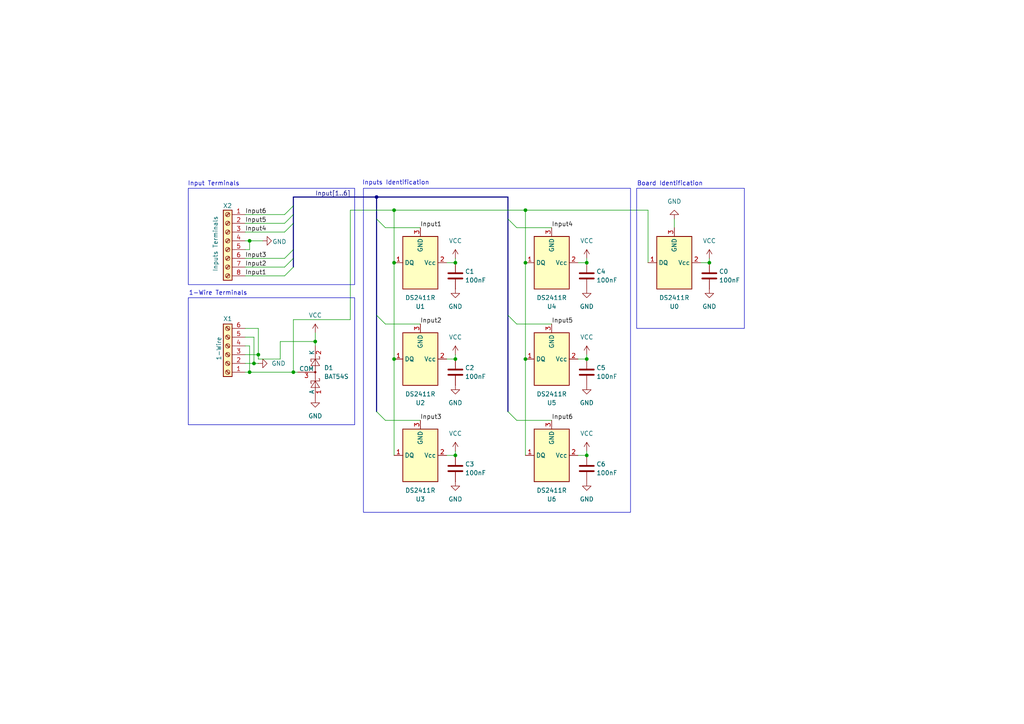
<source format=kicad_sch>
(kicad_sch (version 20231120) (generator "eeschema") (generator_version "8.0")
  (paper "A4")
  (title_block (title "1-Wire 6K") (rev "v1.0"))
  (lib_symbols
    (symbol "1wire:DS2411R"
      (property "Reference" "U" (at -3.81 8.89 0))
      (property "Value" "DS2411R" (at 5.08 8.89 0))
      (symbol "DS2411R_0_1"
        (rectangle (start -5.08 7.62) (end 5.08 -7.62) (stroke (width 0.254)) (fill (type background)))
      )
      (symbol "DS2411R_1_1"
        (pin bidirectional line (at 7.62 0 180) (length 2.54) (name "DQ") (number "1"))
        (pin input line (at -7.62 0 0) (length 2.54) (name "Vcc") (number "2"))
        (pin power_in line (at 0 -10.16 90) (length 2.54) (name "GND") (number "3"))
      )
    )
    (symbol "Connector:Screw_Terminal_01x06" (pin_names (offset 1.016) hide)
      (property "Reference" "J" (at 0 7.62 0))
      (property "Value" "Screw_Terminal_01x06" (at 0 -10.16 0))
      (symbol "Screw_Terminal_01x06_1_1"
        (rectangle (start -1.27 6.35) (end 1.27 -8.89) (stroke (width 0.254)) (fill (type background)))
        (circle (center 0 -7.62) (radius 0.635) (stroke (width 0.1524)))
        (circle (center 0 -5.08) (radius 0.635) (stroke (width 0.1524)))
        (circle (center 0 -2.54) (radius 0.635) (stroke (width 0.1524)))
        (polyline (pts (xy -0.5334 -7.2898) (xy 0.3302 -8.128)) (stroke (width 0.1524)))
        (polyline (pts (xy -0.5334 -4.7498) (xy 0.3302 -5.588)) (stroke (width 0.1524)))
        (polyline (pts (xy -0.5334 -2.2098) (xy 0.3302 -3.048)) (stroke (width 0.1524)))
        (polyline (pts (xy -0.5334 0.3302) (xy 0.3302 -0.508)) (stroke (width 0.1524)))
        (polyline (pts (xy -0.5334 2.8702) (xy 0.3302 2.032)) (stroke (width 0.1524)))
        (polyline (pts (xy -0.5334 5.4102) (xy 0.3302 4.572)) (stroke (width 0.1524)))
        (polyline (pts (xy -0.3556 -7.112) (xy 0.508 -7.9502)) (stroke (width 0.1524)))
        (polyline (pts (xy -0.3556 -4.572) (xy 0.508 -5.4102)) (stroke (width 0.1524)))
        (polyline (pts (xy -0.3556 -2.032) (xy 0.508 -2.8702)) (stroke (width 0.1524)))
        (polyline (pts (xy -0.3556 0.508) (xy 0.508 -0.3302)) (stroke (width 0.1524)))
        (polyline (pts (xy -0.3556 3.048) (xy 0.508 2.2098)) (stroke (width 0.1524)))
        (polyline (pts (xy -0.3556 5.588) (xy 0.508 4.7498)) (stroke (width 0.1524)))
        (circle (center 0 0) (radius 0.635) (stroke (width 0.1524)))
        (circle (center 0 2.54) (radius 0.635) (stroke (width 0.1524)))
        (circle (center 0 5.08) (radius 0.635) (stroke (width 0.1524)))
        (pin passive line (at -5.08 5.08 0) (length 3.81) (name "Pin_1") (number "1"))
        (pin passive line (at -5.08 2.54 0) (length 3.81) (name "Pin_2") (number "2"))
        (pin passive line (at -5.08 0 0) (length 3.81) (name "Pin_3") (number "3"))
        (pin passive line (at -5.08 -2.54 0) (length 3.81) (name "Pin_4") (number "4"))
        (pin passive line (at -5.08 -5.08 0) (length 3.81) (name "Pin_5") (number "5"))
        (pin passive line (at -5.08 -7.62 0) (length 3.81) (name "Pin_6") (number "6"))
      )
    )
    (symbol "Connector:Screw_Terminal_01x08" (pin_names (offset 1.016) hide)
      (property "Reference" "J" (at 0 10.16 0))
      (property "Value" "Screw_Terminal_01x08" (at 0 -12.7 0))
      (symbol "Screw_Terminal_01x08_1_1"
        (rectangle (start -1.27 8.89) (end 1.27 -11.43) (stroke (width 0.254)) (fill (type background)))
        (circle (center 0 -10.16) (radius 0.635) (stroke (width 0.1524)))
        (circle (center 0 -7.62) (radius 0.635) (stroke (width 0.1524)))
        (circle (center 0 -5.08) (radius 0.635) (stroke (width 0.1524)))
        (circle (center 0 -2.54) (radius 0.635) (stroke (width 0.1524)))
        (polyline (pts (xy -0.5334 -9.8298) (xy 0.3302 -10.668)) (stroke (width 0.1524)))
        (polyline (pts (xy -0.5334 -7.2898) (xy 0.3302 -8.128)) (stroke (width 0.1524)))
        (polyline (pts (xy -0.5334 -4.7498) (xy 0.3302 -5.588)) (stroke (width 0.1524)))
        (polyline (pts (xy -0.5334 -2.2098) (xy 0.3302 -3.048)) (stroke (width 0.1524)))
        (polyline (pts (xy -0.5334 0.3302) (xy 0.3302 -0.508)) (stroke (width 0.1524)))
        (polyline (pts (xy -0.5334 2.8702) (xy 0.3302 2.032)) (stroke (width 0.1524)))
        (polyline (pts (xy -0.5334 5.4102) (xy 0.3302 4.572)) (stroke (width 0.1524)))
        (polyline (pts (xy -0.5334 7.9502) (xy 0.3302 7.112)) (stroke (width 0.1524)))
        (polyline (pts (xy -0.3556 -9.652) (xy 0.508 -10.4902)) (stroke (width 0.1524)))
        (polyline (pts (xy -0.3556 -7.112) (xy 0.508 -7.9502)) (stroke (width 0.1524)))
        (polyline (pts (xy -0.3556 -4.572) (xy 0.508 -5.4102)) (stroke (width 0.1524)))
        (polyline (pts (xy -0.3556 -2.032) (xy 0.508 -2.8702)) (stroke (width 0.1524)))
        (polyline (pts (xy -0.3556 0.508) (xy 0.508 -0.3302)) (stroke (width 0.1524)))
        (polyline (pts (xy -0.3556 3.048) (xy 0.508 2.2098)) (stroke (width 0.1524)))
        (polyline (pts (xy -0.3556 5.588) (xy 0.508 4.7498)) (stroke (width 0.1524)))
        (polyline (pts (xy -0.3556 8.128) (xy 0.508 7.2898)) (stroke (width 0.1524)))
        (circle (center 0 0) (radius 0.635) (stroke (width 0.1524)))
        (circle (center 0 2.54) (radius 0.635) (stroke (width 0.1524)))
        (circle (center 0 5.08) (radius 0.635) (stroke (width 0.1524)))
        (circle (center 0 7.62) (radius 0.635) (stroke (width 0.1524)))
        (pin passive line (at -5.08 7.62 0) (length 3.81) (name "Pin_1") (number "1"))
        (pin passive line (at -5.08 5.08 0) (length 3.81) (name "Pin_2") (number "2"))
        (pin passive line (at -5.08 2.54 0) (length 3.81) (name "Pin_3") (number "3"))
        (pin passive line (at -5.08 0 0) (length 3.81) (name "Pin_4") (number "4"))
        (pin passive line (at -5.08 -2.54 0) (length 3.81) (name "Pin_5") (number "5"))
        (pin passive line (at -5.08 -5.08 0) (length 3.81) (name "Pin_6") (number "6"))
        (pin passive line (at -5.08 -7.62 0) (length 3.81) (name "Pin_7") (number "7"))
        (pin passive line (at -5.08 -10.16 0) (length 3.81) (name "Pin_8") (number "8"))
      )
    )
    (symbol "Device:C" (pin_numbers hide) (pin_names (offset 0.254))
      (property "Reference" "C" (at 0.635 2.54 0))
      (property "Value" "C" (at 0.635 -2.54 0))
      (symbol "C_0_1"
        (polyline (pts (xy -2.032 -0.762) (xy 2.032 -0.762)) (stroke (width 0.508)))
        (polyline (pts (xy -2.032 0.762) (xy 2.032 0.762)) (stroke (width 0.508)))
      )
      (symbol "C_1_1"
        (pin passive line (at 0 3.81 270) (length 2.794) (name "~") (number "1"))
        (pin passive line (at 0 -3.81 90) (length 2.794) (name "~") (number "2"))
      )
    )
    (symbol "Diode:BAT54S" (pin_names (offset 0))
      (property "Reference" "D" (at 2.54 -5.08 0))
      (property "Value" "BAT54S" (at -6.35 3.175 0))
      (symbol "BAT54S_0_1"
        (polyline (pts (xy -3.81 0) (xy -1.27 0)))
        (polyline (pts (xy -3.175 -1.27) (xy -3.175 -1.016)))
        (polyline (pts (xy -2.54 -1.27) (xy -3.175 -1.27)))
        (polyline (pts (xy -2.54 -1.27) (xy -2.54 1.27)))
        (polyline (pts (xy -2.54 1.27) (xy -1.905 1.27)))
        (polyline (pts (xy -1.905 0) (xy 1.905 0)))
        (polyline (pts (xy -1.905 1.27) (xy -1.905 1.016)))
        (polyline (pts (xy 1.27 0) (xy 3.81 0)))
        (polyline (pts (xy 3.175 -1.27) (xy 3.175 -1.016)))
        (polyline (pts (xy 3.81 -1.27) (xy 3.175 -1.27)))
        (polyline (pts (xy 3.81 -1.27) (xy 3.81 1.27)))
        (polyline (pts (xy 3.81 1.27) (xy 4.445 1.27)))
        (polyline (pts (xy 4.445 1.27) (xy 4.445 1.016)))
        (polyline (pts (xy -4.445 1.27) (xy -4.445 -1.27) (xy -2.54 0) (xy -4.445 1.27)))
        (polyline (pts (xy 1.905 1.27) (xy 1.905 -1.27) (xy 3.81 0) (xy 1.905 1.27)))
        (circle (center 0 0) (radius 0.254) (fill (type outline)))
      )
      (symbol "BAT54S_1_1"
        (pin passive line (at -7.62 0 0) (length 3.81) (name "A") (number "1"))
        (pin passive line (at 7.62 0 180) (length 3.81) (name "K") (number "2"))
        (pin passive line (at 0 -5.08 90) (length 5.08) (name "COM") (number "3"))
      )
    )
    (symbol "power:GND" (power) (pin_numbers hide) (pin_names (offset 0) hide)
      (property "Value" "GND" (at 0 -3.81 0))
      (symbol "GND_0_1"
        (polyline (pts (xy 0 0) (xy 0 -1.27) (xy 1.27 -1.27) (xy 0 -2.54) (xy -1.27 -1.27) (xy 0 -1.27)))
      )
      (symbol "GND_1_1"
        (pin power_in line (at 0 0 270) (length 0) (name "~") (number "1"))
      )
    )
    (symbol "power:VCC" (power) (pin_numbers hide) (pin_names (offset 0) hide)
      (property "Value" "VCC" (at 0 3.556 0))
      (symbol "VCC_0_1"
        (polyline (pts (xy -0.762 1.27) (xy 0 2.54)))
        (polyline (pts (xy 0 0) (xy 0 2.54)))
        (polyline (pts (xy 0 2.54) (xy 0.762 1.27)))
      )
      (symbol "VCC_1_1"
        (pin power_in line (at 0 0 90) (length 0) (name "~") (number "1"))
      )
    )
  )
  (junction (at 132.08 104.14))
  (junction (at 114.3 76.2))
  (junction (at 114.3 60.96))
  (junction (at 170.18 104.14))
  (junction (at 85.09 107.95))
  (junction (at 170.18 76.2))
  (junction (at 152.4 76.2))
  (junction (at 73.66 105.41))
  (junction (at 72.39 69.85))
  (junction (at 205.74 76.2))
  (junction (at 114.3 104.14))
  (junction (at 152.4 60.96))
  (junction (at 74.93 102.87))
  (junction (at 132.08 76.2))
  (junction (at 152.4 104.14))
  (junction (at 109.22 57.15))
  (junction (at 170.18 132.08))
  (junction (at 91.44 99.06))
  (junction (at 132.08 132.08))
  (junction (at 72.39 107.95))
  (bus_entry (at 85.09 77.47) (size -2.54 2.54))
  (bus_entry (at 147.32 91.44) (size 2.54 2.54))
  (bus_entry (at 109.22 91.44) (size 2.54 2.54))
  (bus_entry (at 147.32 119.38) (size 2.54 2.54))
  (bus_entry (at 85.09 74.93) (size -2.54 2.54))
  (bus_entry (at 109.22 119.38) (size 2.54 2.54))
  (bus_entry (at 147.32 63.5) (size 2.54 2.54))
  (bus_entry (at 85.09 72.39) (size -2.54 2.54))
  (bus_entry (at 85.09 64.77) (size -2.54 2.54))
  (bus_entry (at 85.09 62.23) (size -2.54 2.54))
  (bus_entry (at 85.09 59.69) (size -2.54 2.54))
  (bus_entry (at 109.22 63.5) (size 2.54 2.54))
  (wire (pts (xy 152.4 60.96) (xy 187.96 60.96)))
  (bus (pts (xy 147.32 57.15) (xy 147.32 63.5)))
  (wire (pts (xy 71.12 80.01) (xy 82.55 80.01)))
  (wire (pts (xy 149.86 93.98) (xy 160.02 93.98)))
  (wire (pts (xy 152.4 132.08) (xy 152.4 104.14)))
  (bus (pts (xy 85.09 57.15) (xy 85.09 59.69)))
  (wire (pts (xy 111.76 93.98) (xy 121.92 93.98)))
  (wire (pts (xy 114.3 76.2) (xy 114.3 104.14)))
  (wire (pts (xy 72.39 69.85) (xy 76.2 69.85)))
  (bus (pts (xy 109.22 63.5) (xy 109.22 91.44)))
  (wire (pts (xy 129.54 132.08) (xy 132.08 132.08)))
  (wire (pts (xy 170.18 102.87) (xy 170.18 104.14)))
  (wire (pts (xy 114.3 60.96) (xy 114.3 76.2)))
  (wire (pts (xy 85.09 107.95) (xy 86.36 107.95)))
  (wire (pts (xy 73.66 105.41) (xy 73.66 97.79)))
  (wire (pts (xy 203.2 76.2) (xy 205.74 76.2)))
  (wire (pts (xy 101.6 92.71) (xy 85.09 92.71)))
  (wire (pts (xy 167.64 132.08) (xy 170.18 132.08)))
  (wire (pts (xy 170.18 130.81) (xy 170.18 132.08)))
  (bus (pts (xy 85.09 62.23) (xy 85.09 64.77)))
  (wire (pts (xy 149.86 121.92) (xy 160.02 121.92)))
  (bus (pts (xy 109.22 57.15) (xy 147.32 57.15)))
  (wire (pts (xy 152.4 76.2) (xy 152.4 60.96)))
  (bus (pts (xy 85.09 59.69) (xy 85.09 62.23)))
  (wire (pts (xy 72.39 69.85) (xy 72.39 72.39)))
  (wire (pts (xy 81.28 99.06) (xy 81.28 104.14)))
  (wire (pts (xy 71.12 62.23) (xy 82.55 62.23)))
  (wire (pts (xy 132.08 102.87) (xy 132.08 104.14)))
  (wire (pts (xy 149.86 66.04) (xy 160.02 66.04)))
  (wire (pts (xy 129.54 104.14) (xy 132.08 104.14)))
  (wire (pts (xy 111.76 66.04) (xy 121.92 66.04)))
  (wire (pts (xy 132.08 130.81) (xy 132.08 132.08)))
  (bus (pts (xy 85.09 72.39) (xy 85.09 74.93)))
  (wire (pts (xy 71.12 102.87) (xy 74.93 102.87)))
  (wire (pts (xy 71.12 69.85) (xy 72.39 69.85)))
  (wire (pts (xy 74.93 102.87) (xy 74.93 95.25)))
  (wire (pts (xy 71.12 107.95) (xy 72.39 107.95)))
  (wire (pts (xy 74.93 104.14) (xy 74.93 102.87)))
  (wire (pts (xy 111.76 121.92) (xy 121.92 121.92)))
  (bus (pts (xy 85.09 74.93) (xy 85.09 77.47)))
  (wire (pts (xy 72.39 107.95) (xy 85.09 107.95)))
  (wire (pts (xy 72.39 100.33) (xy 72.39 107.95)))
  (bus (pts (xy 147.32 63.5) (xy 147.32 91.44)))
  (wire (pts (xy 170.18 74.93) (xy 170.18 76.2)))
  (wire (pts (xy 167.64 76.2) (xy 170.18 76.2)))
  (wire (pts (xy 152.4 104.14) (xy 152.4 76.2)))
  (wire (pts (xy 81.28 99.06) (xy 91.44 99.06)))
  (wire (pts (xy 132.08 74.93) (xy 132.08 76.2)))
  (wire (pts (xy 71.12 77.47) (xy 82.55 77.47)))
  (wire (pts (xy 101.6 60.96) (xy 101.6 92.71)))
  (wire (pts (xy 73.66 105.41) (xy 74.93 105.41)))
  (wire (pts (xy 91.44 100.33) (xy 91.44 99.06)))
  (wire (pts (xy 129.54 76.2) (xy 132.08 76.2)))
  (wire (pts (xy 91.44 96.52) (xy 91.44 99.06)))
  (wire (pts (xy 71.12 97.79) (xy 73.66 97.79)))
  (wire (pts (xy 71.12 67.31) (xy 82.55 67.31)))
  (wire (pts (xy 71.12 100.33) (xy 72.39 100.33)))
  (bus (pts (xy 85.09 57.15) (xy 109.22 57.15)))
  (wire (pts (xy 71.12 105.41) (xy 73.66 105.41)))
  (wire (pts (xy 74.93 104.14) (xy 81.28 104.14)))
  (bus (pts (xy 85.09 64.77) (xy 85.09 72.39)))
  (wire (pts (xy 114.3 104.14) (xy 114.3 132.08)))
  (bus (pts (xy 147.32 91.44) (xy 147.32 119.38)))
  (wire (pts (xy 205.74 74.93) (xy 205.74 76.2)))
  (bus (pts (xy 109.22 57.15) (xy 109.22 63.5)))
  (wire (pts (xy 85.09 92.71) (xy 85.09 107.95)))
  (wire (pts (xy 71.12 95.25) (xy 74.93 95.25)))
  (wire (pts (xy 187.96 60.96) (xy 187.96 76.2)))
  (wire (pts (xy 71.12 64.77) (xy 82.55 64.77)))
  (bus (pts (xy 109.22 91.44) (xy 109.22 119.38)))
  (wire (pts (xy 71.12 74.93) (xy 82.55 74.93)))
  (wire (pts (xy 114.3 60.96) (xy 152.4 60.96)))
  (wire (pts (xy 167.64 104.14) (xy 170.18 104.14)))
  (wire (pts (xy 72.39 72.39) (xy 71.12 72.39)))
  (wire (pts (xy 195.58 63.5) (xy 195.58 66.04)))
  (wire (pts (xy 114.3 60.96) (xy 101.6 60.96)))
  (rectangle (start 184.658 54.61) (end 215.9 95.25))
  (rectangle (start 54.61 54.61) (end 102.87 82.55))
  (rectangle (start 54.61 86.36) (end 102.87 123.19))
  (rectangle (start 105.41 54.61) (end 182.88 148.59))
  (text "Inputs Identification" (at 114.808 53.086 0) (effects (font (size 1.27 1.27))))
  (text "Board Identification" (at 194.31 53.34 0) (effects (font (size 1.27 1.27))))
  (text "1-Wire Terminals" (at 63.246 85.09 0) (effects (font (size 1.27 1.27))))
  (text "Input Terminals" (at 61.976 53.34 0) (effects (font (size 1.27 1.27))))
  (label "Input6" (at 160.02 121.92 0))
  (label "Input5" (at 160.02 93.98 0))
  (label "Input3" (at 121.92 121.92 0))
  (label "Input2" (at 121.92 93.98 0))
  (label "Input4" (at 71.12 67.31 0))
  (label "Input2" (at 71.12 77.47 0))
  (label "Input3" (at 71.12 74.93 0))
  (label "Input1" (at 71.12 80.01 0))
  (label "Input1" (at 121.92 66.04 0))
  (label "Input4" (at 160.02 66.04 0))
  (label "Input[1..6]" (at 91.44 57.15 0))
  (label "Input5" (at 71.12 64.77 0))
  (label "Input6" (at 71.12 62.23 0))
  (symbol (lib_id "Device:C") (at 132.08 107.95 0) (unit 1)
    (property "Reference" "C2" (at 134.874 106.68 0) (effects (justify left)))
    (property "Value" "100nF" (at 134.874 109.22 0) (effects (justify left)))
    (property "Footprint" "Capacitor_SMD:C_0805_2012Metric" (effects (hide yes)))
    (property "Description" "Unpolarized capacitor" (effects (hide yes)))
  )
  (symbol (lib_id "power:GND") (at 132.08 83.82 0) (unit 1)
    (property "Reference" "#PWR06" (effects (hide yes)))
    (property "Value" "GND" (at 132.08 88.9 0))
    (property "Description" "Power symbol creates a global label with name \"GND\" , ground" (effects (hide yes)))
  )
  (symbol (lib_id "1wire:DS2411R") (at 160.02 132.08 180) (unit 1)
    (property "Reference" "U6" (at 160.02 144.78 0))
    (property "Value" "DS2411R" (at 160.02 142.24 0))
    (property "Footprint" "Package_TO_SOT_SMD:SOT-23-3" (effects (hide yes)))
    (property "Datasheet" "https://www.analog.com/media/en/technical-documentation/data-sheets/ds2411.pdf" (effects (hide yes)))
    (property "Description" "Silicon Serial Number, SOT-23-3" (effects (hide yes)))
  )
  (symbol (lib_id "power:VCC") (at 132.08 102.87 0) (unit 1)
    (property "Reference" "#PWR07" (effects (hide yes)))
    (property "Value" "VCC" (at 132.08 97.79 0))
    (property "Description" "Power symbol creates a global label with name \"VCC\"" (effects (hide yes)))
  )
  (symbol (lib_id "Device:C") (at 132.08 80.01 0) (unit 1)
    (property "Reference" "C1" (at 134.874 78.74 0) (effects (justify left)))
    (property "Value" "100nF" (at 134.874 81.28 0) (effects (justify left)))
    (property "Footprint" "Capacitor_SMD:C_0805_2012Metric" (effects (hide yes)))
    (property "Description" "Unpolarized capacitor" (effects (hide yes)))
  )
  (symbol (lib_id "1wire:DS2411R") (at 121.92 76.2 180) (unit 1)
    (property "Reference" "U1" (at 121.92 88.9 0))
    (property "Value" "DS2411R" (at 121.92 86.36 0))
    (property "Footprint" "Package_TO_SOT_SMD:SOT-23-3" (effects (hide yes)))
    (property "Datasheet" "https://www.analog.com/media/en/technical-documentation/data-sheets/ds2411.pdf" (effects (hide yes)))
    (property "Description" "Silicon Serial Number, SOT-23-3" (effects (hide yes)))
  )
  (symbol (lib_id "1wire:DS2411R") (at 121.92 104.14 180) (unit 1)
    (property "Reference" "U2" (at 121.92 116.84 0))
    (property "Value" "DS2411R" (at 121.92 114.3 0))
    (property "Footprint" "Package_TO_SOT_SMD:SOT-23-3" (effects (hide yes)))
    (property "Datasheet" "https://www.analog.com/media/en/technical-documentation/data-sheets/ds2411.pdf" (effects (hide yes)))
    (property "Description" "Silicon Serial Number, SOT-23-3" (effects (hide yes)))
  )
  (symbol (lib_id "Connector:Screw_Terminal_01x06") (at 66.04 102.87 180) (unit 1)
    (property "Reference" "X1" (at 66.04 92.456 0))
    (property "Value" "1-Wire" (at 63.5 101.092 90))
    (property "Footprint" "TerminalBlock_Phoenix:TerminalBlock_Phoenix_MKDS-1,5-6_1x06_P5.00mm_Horizontal" (effects (hide yes)))
    (property "Description" "Generic screw terminal, single row, 01x06, script generated (kicad-library-utils/schlib/autogen/connector/)" (effects (hide yes)))
  )
  (symbol (lib_id "1wire:DS2411R") (at 160.02 76.2 180) (unit 1)
    (property "Reference" "U4" (at 160.02 88.9 0))
    (property "Value" "DS2411R" (at 160.02 86.36 0))
    (property "Footprint" "Package_TO_SOT_SMD:SOT-23-3" (effects (hide yes)))
    (property "Datasheet" "https://www.analog.com/media/en/technical-documentation/data-sheets/ds2411.pdf" (effects (hide yes)))
    (property "Description" "Silicon Serial Number, SOT-23-3" (effects (hide yes)))
  )
  (symbol (lib_id "power:GND") (at 74.93 105.41 90) (unit 1)
    (property "Reference" "#PWR02" (effects (hide yes)))
    (property "Value" "GND" (at 78.74 105.4099 90) (effects (justify right)))
    (property "Description" "Power symbol creates a global label with name \"GND\" , ground" (effects (hide yes)))
  )
  (symbol (lib_id "Connector:Screw_Terminal_01x08") (at 66.04 69.85 0) (mirror y) (unit 1)
    (property "Reference" "X2" (at 67.31 59.69 0) (effects (justify left)))
    (property "Value" "Inputs Terminals" (at 62.484 78.74 90) (effects (justify left)))
    (property "Footprint" "TerminalBlock_Phoenix:TerminalBlock_Phoenix_MKDS-1,5-8_1x08_P5.00mm_Horizontal" (effects (hide yes)))
    (property "Description" "Generic screw terminal, single row, 01x08, script generated (kicad-library-utils/schlib/autogen/connector/)" (effects (hide yes)))
  )
  (symbol (lib_id "power:GND") (at 170.18 83.82 0) (unit 1)
    (property "Reference" "#PWR013" (effects (hide yes)))
    (property "Value" "GND" (at 170.18 88.9 0))
    (property "Description" "Power symbol creates a global label with name \"GND\" , ground" (effects (hide yes)))
  )
  (symbol (lib_id "Device:C") (at 205.74 80.01 0) (unit 1)
    (property "Reference" "C0" (at 208.534 78.74 0) (effects (justify left)))
    (property "Value" "100nF" (at 208.534 81.28 0) (effects (justify left)))
    (property "Footprint" "Capacitor_SMD:C_0805_2012Metric" (effects (hide yes)))
    (property "Description" "Unpolarized capacitor" (effects (hide yes)))
  )
  (symbol (lib_id "power:VCC") (at 170.18 130.81 0) (unit 1)
    (property "Reference" "#PWR010" (effects (hide yes)))
    (property "Value" "VCC" (at 170.18 125.73 0))
    (property "Description" "Power symbol creates a global label with name \"VCC\"" (effects (hide yes)))
  )
  (symbol (lib_id "power:VCC") (at 170.18 102.87 0) (unit 1)
    (property "Reference" "#PWR012" (effects (hide yes)))
    (property "Value" "VCC" (at 170.18 97.79 0))
    (property "Description" "Power symbol creates a global label with name \"VCC\"" (effects (hide yes)))
  )
  (symbol (lib_id "power:VCC") (at 170.18 74.93 0) (unit 1)
    (property "Reference" "#PWR014" (effects (hide yes)))
    (property "Value" "VCC" (at 170.18 69.85 0))
    (property "Description" "Power symbol creates a global label with name \"VCC\"" (effects (hide yes)))
  )
  (symbol (lib_id "power:GND") (at 205.74 83.82 0) (unit 1)
    (property "Reference" "#PWR019" (effects (hide yes)))
    (property "Value" "GND" (at 205.74 88.9 0))
    (property "Description" "Power symbol creates a global label with name \"GND\" , ground" (effects (hide yes)))
  )
  (symbol (lib_id "power:VCC") (at 132.08 130.81 0) (unit 1)
    (property "Reference" "#PWR08" (effects (hide yes)))
    (property "Value" "VCC" (at 132.08 125.73 0))
    (property "Description" "Power symbol creates a global label with name \"VCC\"" (effects (hide yes)))
  )
  (symbol (lib_id "1wire:DS2411R") (at 160.02 104.14 180) (unit 1)
    (property "Reference" "U5" (at 160.02 116.84 0))
    (property "Value" "DS2411R" (at 160.02 114.3 0))
    (property "Footprint" "Package_TO_SOT_SMD:SOT-23-3" (effects (hide yes)))
    (property "Datasheet" "https://www.analog.com/media/en/technical-documentation/data-sheets/ds2411.pdf" (effects (hide yes)))
    (property "Description" "Silicon Serial Number, SOT-23-3" (effects (hide yes)))
  )
  (symbol (lib_id "Diode:BAT54S") (at 91.44 107.95 270) (mirror x) (unit 1)
    (property "Reference" "D1" (at 93.98 106.6799 90) (effects (justify left)))
    (property "Value" "BAT54S" (at 93.98 109.2199 90) (effects (justify left)))
    (property "Footprint" "Package_TO_SOT_SMD:SOT-23" (effects (hide yes)))
    (property "Datasheet" "https://www.diodes.com/assets/Datasheets/ds11005.pdf" (effects (hide yes)))
    (property "Description" "Vr 30V, If 200mA, Dual schottky barrier diode, in series, SOT-323" (effects (hide yes)))
  )
  (symbol (lib_id "power:GND") (at 170.18 111.76 0) (unit 1)
    (property "Reference" "#PWR015" (effects (hide yes)))
    (property "Value" "GND" (at 170.18 116.84 0))
    (property "Description" "Power symbol creates a global label with name \"GND\" , ground" (effects (hide yes)))
  )
  (symbol (lib_id "Device:C") (at 132.08 135.89 0) (unit 1)
    (property "Reference" "C3" (at 134.874 134.62 0) (effects (justify left)))
    (property "Value" "100nF" (at 134.874 137.16 0) (effects (justify left)))
    (property "Footprint" "Capacitor_SMD:C_0805_2012Metric" (effects (hide yes)))
    (property "Description" "Unpolarized capacitor" (effects (hide yes)))
  )
  (symbol (lib_id "power:GND") (at 170.18 139.7 0) (unit 1)
    (property "Reference" "#PWR017" (effects (hide yes)))
    (property "Value" "GND" (at 170.18 144.78 0))
    (property "Description" "Power symbol creates a global label with name \"GND\" , ground" (effects (hide yes)))
  )
  (symbol (lib_id "1wire:DS2411R") (at 195.58 76.2 180) (unit 1)
    (property "Reference" "U0" (at 195.58 88.9 0))
    (property "Value" "DS2411R" (at 195.58 86.36 0))
    (property "Footprint" "Package_TO_SOT_SMD:SOT-23-3" (effects (hide yes)))
    (property "Datasheet" "https://www.analog.com/media/en/technical-documentation/data-sheets/ds2411.pdf" (effects (hide yes)))
    (property "Description" "Silicon Serial Number, SOT-23-3" (effects (hide yes)))
  )
  (symbol (lib_id "Device:C") (at 170.18 107.95 0) (unit 1)
    (property "Reference" "C5" (at 172.974 106.68 0) (effects (justify left)))
    (property "Value" "100nF" (at 172.974 109.22 0) (effects (justify left)))
    (property "Footprint" "Capacitor_SMD:C_0805_2012Metric" (effects (hide yes)))
    (property "Description" "Unpolarized capacitor" (effects (hide yes)))
  )
  (symbol (lib_id "power:GND") (at 132.08 139.7 0) (unit 1)
    (property "Reference" "#PWR011" (effects (hide yes)))
    (property "Value" "GND" (at 132.08 144.78 0))
    (property "Description" "Power symbol creates a global label with name \"GND\" , ground" (effects (hide yes)))
  )
  (symbol (lib_id "1wire:DS2411R") (at 121.92 132.08 180) (unit 1)
    (property "Reference" "U3" (at 121.92 144.78 0))
    (property "Value" "DS2411R" (at 121.92 142.24 0))
    (property "Footprint" "Package_TO_SOT_SMD:SOT-23-3" (effects (hide yes)))
    (property "Datasheet" "https://www.analog.com/media/en/technical-documentation/data-sheets/ds2411.pdf" (effects (hide yes)))
    (property "Description" "Silicon Serial Number, SOT-23-3" (effects (hide yes)))
  )
  (symbol (lib_id "power:GND") (at 76.2 69.85 90) (unit 1)
    (property "Reference" "#PWR01" (effects (hide yes)))
    (property "Value" "GND" (at 78.994 70.104 90) (effects (justify right)))
    (property "Description" "Power symbol creates a global label with name \"GND\" , ground" (effects (hide yes)))
  )
  (symbol (lib_id "power:VCC") (at 205.74 74.93 0) (unit 1)
    (property "Reference" "#PWR016" (effects (hide yes)))
    (property "Value" "VCC" (at 205.74 69.85 0))
    (property "Description" "Power symbol creates a global label with name \"VCC\"" (effects (hide yes)))
  )
  (symbol (lib_id "Device:C") (at 170.18 135.89 0) (unit 1)
    (property "Reference" "C6" (at 172.974 134.62 0) (effects (justify left)))
    (property "Value" "100nF" (at 172.974 137.16 0) (effects (justify left)))
    (property "Footprint" "Capacitor_SMD:C_0805_2012Metric" (effects (hide yes)))
    (property "Description" "Unpolarized capacitor" (effects (hide yes)))
  )
  (symbol (lib_id "power:VCC") (at 132.08 74.93 0) (unit 1)
    (property "Reference" "#PWR03" (effects (hide yes)))
    (property "Value" "VCC" (at 132.08 69.85 0))
    (property "Description" "Power symbol creates a global label with name \"VCC\"" (effects (hide yes)))
  )
  (symbol (lib_id "power:GND") (at 91.44 115.57 0) (unit 1)
    (property "Reference" "#PWR05" (effects (hide yes)))
    (property "Value" "GND" (at 91.44 120.65 0))
    (property "Description" "Power symbol creates a global label with name \"GND\" , ground" (effects (hide yes)))
  )
  (symbol (lib_id "power:GND") (at 195.58 63.5 180) (unit 1)
    (property "Reference" "#PWR020" (effects (hide yes)))
    (property "Value" "GND" (at 195.58 58.42 0))
    (property "Description" "Power symbol creates a global label with name \"GND\" , ground" (effects (hide yes)))
  )
  (symbol (lib_id "power:GND") (at 132.08 111.76 0) (unit 1)
    (property "Reference" "#PWR09" (effects (hide yes)))
    (property "Value" "GND" (at 132.08 116.84 0))
    (property "Description" "Power symbol creates a global label with name \"GND\" , ground" (effects (hide yes)))
  )
  (symbol (lib_id "Device:C") (at 170.18 80.01 0) (unit 1)
    (property "Reference" "C4" (at 172.974 78.74 0) (effects (justify left)))
    (property "Value" "100nF" (at 172.974 81.28 0) (effects (justify left)))
    (property "Footprint" "Capacitor_SMD:C_0805_2012Metric" (effects (hide yes)))
    (property "Description" "Unpolarized capacitor" (effects (hide yes)))
  )
  (symbol (lib_id "power:VCC") (at 91.44 96.52 0) (unit 1)
    (property "Reference" "#PWR04" (effects (hide yes)))
    (property "Value" "VCC" (at 91.44 91.44 0))
    (property "Description" "Power symbol creates a global label with name \"VCC\"" (effects (hide yes)))
  )
)
</source>
